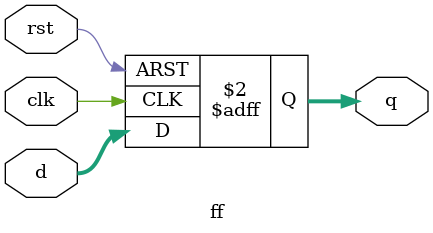
<source format=v>
module ff #(
    parameter NUMBER_OF_BITS = 32
) (
    input wire clk,
    input wire rst,
    input wire [NUMBER_OF_BITS-1:0] d,
    output reg [NUMBER_OF_BITS-1:0] q
);

  always @(posedge clk or posedge rst) begin
    if (rst) begin
      q <= 0;
    end else begin
      q <= d;
    end
  end

endmodule

</source>
